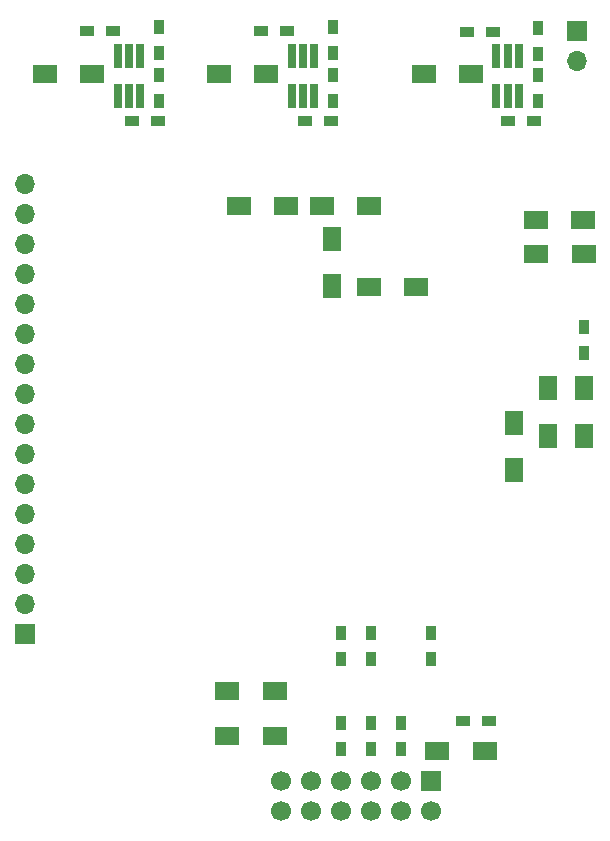
<source format=gbr>
G04 #@! TF.FileFunction,Soldermask,Bot*
%FSLAX46Y46*%
G04 Gerber Fmt 4.6, Leading zero omitted, Abs format (unit mm)*
G04 Created by KiCad (PCBNEW 4.0.6) date 05/17/18 16:23:16*
%MOMM*%
%LPD*%
G01*
G04 APERTURE LIST*
%ADD10C,0.100000*%
%ADD11R,0.650000X2.000000*%
%ADD12R,0.900000X1.200000*%
%ADD13R,1.200000X0.900000*%
%ADD14R,1.700000X1.700000*%
%ADD15O,1.700000X1.700000*%
%ADD16R,2.000000X1.600000*%
%ADD17R,1.600000X2.000000*%
%ADD18C,1.700000*%
G04 APERTURE END LIST*
D10*
D11*
X103571000Y-121099000D03*
X104521000Y-121099000D03*
X105471000Y-121099000D03*
X105471000Y-124519000D03*
X104521000Y-124519000D03*
X103571000Y-124519000D03*
X86235500Y-121099000D03*
X87185500Y-121099000D03*
X88135500Y-121099000D03*
X88135500Y-124519000D03*
X87185500Y-124519000D03*
X86235500Y-124519000D03*
D12*
X92964000Y-179789000D03*
X92964000Y-177589000D03*
D13*
X102954000Y-177419000D03*
X100754000Y-177419000D03*
D12*
X92964000Y-169969000D03*
X92964000Y-172169000D03*
X90424000Y-169969000D03*
X90424000Y-172169000D03*
X95504000Y-179789000D03*
X95504000Y-177589000D03*
X90424000Y-179789000D03*
X90424000Y-177589000D03*
X98044000Y-169969000D03*
X98044000Y-172169000D03*
X110998000Y-146261000D03*
X110998000Y-144061000D03*
D14*
X110363000Y-118999000D03*
D15*
X110363000Y-121539000D03*
D14*
X63627000Y-170053000D03*
D15*
X63627000Y-167513000D03*
X63627000Y-164973000D03*
X63627000Y-162433000D03*
X63627000Y-159893000D03*
X63627000Y-157353000D03*
X63627000Y-154813000D03*
X63627000Y-152273000D03*
X63627000Y-149733000D03*
X63627000Y-147193000D03*
X63627000Y-144653000D03*
X63627000Y-142113000D03*
X63627000Y-139573000D03*
X63627000Y-137033000D03*
X63627000Y-134493000D03*
X63627000Y-131953000D03*
D16*
X102584000Y-179959000D03*
X98584000Y-179959000D03*
D17*
X105029000Y-152178000D03*
X105029000Y-156178000D03*
X110998000Y-149257000D03*
X110998000Y-153257000D03*
X107950000Y-149257000D03*
X107950000Y-153257000D03*
D16*
X96805500Y-140716000D03*
X92805500Y-140716000D03*
D17*
X89662000Y-140620500D03*
X89662000Y-136620500D03*
D16*
X110966000Y-137858500D03*
X106966000Y-137858500D03*
X84804000Y-174879000D03*
X80804000Y-174879000D03*
X110902500Y-135001000D03*
X106902500Y-135001000D03*
X92805000Y-133858000D03*
X88805000Y-133858000D03*
X85756500Y-133858000D03*
X81756500Y-133858000D03*
X84804000Y-178689000D03*
X80804000Y-178689000D03*
X84105500Y-122682000D03*
X80105500Y-122682000D03*
X69373500Y-122682000D03*
X65373500Y-122682000D03*
X101441000Y-122682000D03*
X97441000Y-122682000D03*
D14*
X98044000Y-182499000D03*
D18*
X98044000Y-185039000D03*
X95504000Y-182499000D03*
X95504000Y-185039000D03*
X92964000Y-182499000D03*
X92964000Y-185039000D03*
X90424000Y-182499000D03*
X90424000Y-185039000D03*
X87884000Y-182499000D03*
X87884000Y-185039000D03*
X85344000Y-182499000D03*
X85344000Y-185039000D03*
D13*
X85872500Y-118999000D03*
X83672500Y-118999000D03*
D12*
X89725500Y-118661000D03*
X89725500Y-120861000D03*
D13*
X87355500Y-126619000D03*
X89555500Y-126619000D03*
D12*
X89725500Y-124925000D03*
X89725500Y-122725000D03*
D13*
X71140500Y-118999000D03*
X68940500Y-118999000D03*
D12*
X74993500Y-120861000D03*
X74993500Y-118661000D03*
D13*
X72750500Y-126619000D03*
X74950500Y-126619000D03*
D12*
X74993500Y-124925000D03*
X74993500Y-122725000D03*
D13*
X103271500Y-119062500D03*
X101071500Y-119062500D03*
D12*
X107061000Y-120924500D03*
X107061000Y-118724500D03*
D13*
X104564000Y-126619000D03*
X106764000Y-126619000D03*
D12*
X107061000Y-124925000D03*
X107061000Y-122725000D03*
D11*
X71503500Y-121099000D03*
X72453500Y-121099000D03*
X73403500Y-121099000D03*
X73403500Y-124519000D03*
X72453500Y-124519000D03*
X71503500Y-124519000D03*
M02*

</source>
